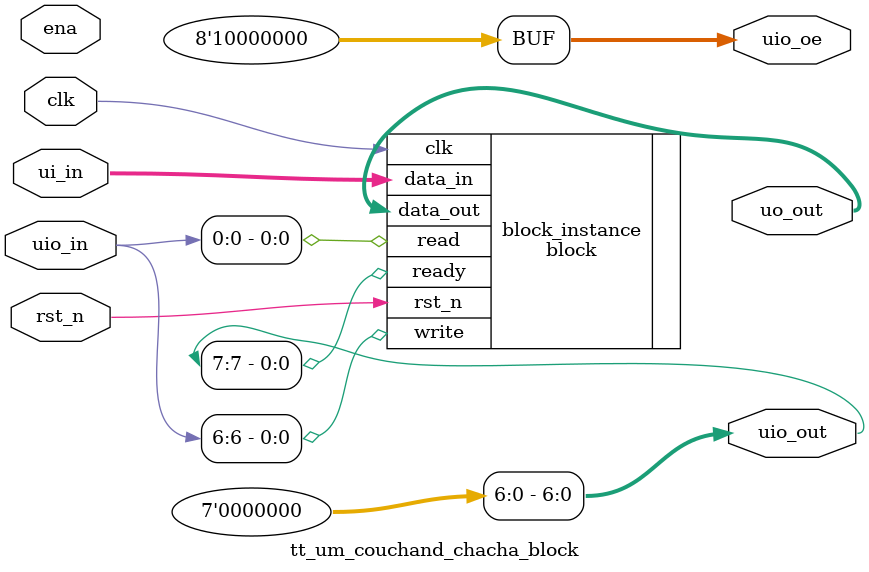
<source format=v>
/*
 * Copyright (c) 2024 Your Name
 * SPDX-License-Identifier: Apache-2.0
 */

`define default_netname none

module tt_um_couchand_chacha_block (
    input  wire [7:0] ui_in,    // Dedicated inputs
    output wire [7:0] uo_out,   // Dedicated outputs
    input  wire [7:0] uio_in,   // IOs: Input path
    output wire [7:0] uio_out,  // IOs: Output path
    output wire [7:0] uio_oe,   // IOs: Enable path (active high: 0=input, 1=output)
    input  wire       ena,      // will go high when the design is enabled
    input  wire       clk,      // clock
    input  wire       rst_n     // reset_n - low to reset
);

  assign uio_out[6:0] = 0;
  assign uio_oe  = 8'b10000000;

  block block_instance (
    .clk(clk),
    .rst_n(rst_n),
    .data_in(ui_in),
    .data_out(uo_out),
    .read(uio_in[0]),
    .write(uio_in[6]),
    .ready(uio_out[7])
  );

endmodule

</source>
